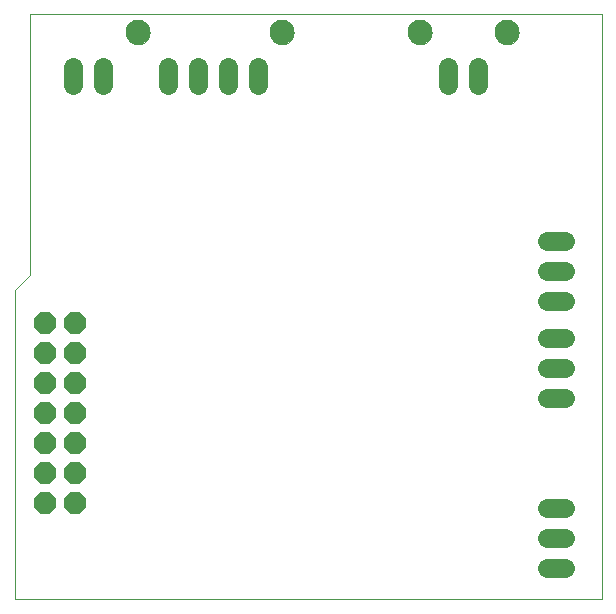
<source format=gbs>
G75*
%MOIN*%
%OFA0B0*%
%FSLAX24Y24*%
%IPPOS*%
%LPD*%
%AMOC8*
5,1,8,0,0,1.08239X$1,22.5*
%
%ADD10C,0.0000*%
%ADD11C,0.0827*%
%ADD12OC8,0.0712*%
%ADD13C,0.0640*%
D10*
X000380Y000380D02*
X000380Y010680D01*
X000880Y011180D01*
X000880Y019876D01*
X019950Y019876D01*
X019950Y000380D01*
X000380Y000380D01*
X004086Y019280D02*
X004088Y019319D01*
X004094Y019358D01*
X004104Y019396D01*
X004117Y019433D01*
X004134Y019468D01*
X004154Y019502D01*
X004178Y019533D01*
X004205Y019562D01*
X004234Y019588D01*
X004266Y019611D01*
X004300Y019631D01*
X004336Y019647D01*
X004373Y019659D01*
X004412Y019668D01*
X004451Y019673D01*
X004490Y019674D01*
X004529Y019671D01*
X004568Y019664D01*
X004605Y019653D01*
X004642Y019639D01*
X004677Y019621D01*
X004710Y019600D01*
X004741Y019575D01*
X004769Y019548D01*
X004794Y019518D01*
X004816Y019485D01*
X004835Y019451D01*
X004850Y019415D01*
X004862Y019377D01*
X004870Y019339D01*
X004874Y019300D01*
X004874Y019260D01*
X004870Y019221D01*
X004862Y019183D01*
X004850Y019145D01*
X004835Y019109D01*
X004816Y019075D01*
X004794Y019042D01*
X004769Y019012D01*
X004741Y018985D01*
X004710Y018960D01*
X004677Y018939D01*
X004642Y018921D01*
X004605Y018907D01*
X004568Y018896D01*
X004529Y018889D01*
X004490Y018886D01*
X004451Y018887D01*
X004412Y018892D01*
X004373Y018901D01*
X004336Y018913D01*
X004300Y018929D01*
X004266Y018949D01*
X004234Y018972D01*
X004205Y018998D01*
X004178Y019027D01*
X004154Y019058D01*
X004134Y019092D01*
X004117Y019127D01*
X004104Y019164D01*
X004094Y019202D01*
X004088Y019241D01*
X004086Y019280D01*
X008886Y019280D02*
X008888Y019319D01*
X008894Y019358D01*
X008904Y019396D01*
X008917Y019433D01*
X008934Y019468D01*
X008954Y019502D01*
X008978Y019533D01*
X009005Y019562D01*
X009034Y019588D01*
X009066Y019611D01*
X009100Y019631D01*
X009136Y019647D01*
X009173Y019659D01*
X009212Y019668D01*
X009251Y019673D01*
X009290Y019674D01*
X009329Y019671D01*
X009368Y019664D01*
X009405Y019653D01*
X009442Y019639D01*
X009477Y019621D01*
X009510Y019600D01*
X009541Y019575D01*
X009569Y019548D01*
X009594Y019518D01*
X009616Y019485D01*
X009635Y019451D01*
X009650Y019415D01*
X009662Y019377D01*
X009670Y019339D01*
X009674Y019300D01*
X009674Y019260D01*
X009670Y019221D01*
X009662Y019183D01*
X009650Y019145D01*
X009635Y019109D01*
X009616Y019075D01*
X009594Y019042D01*
X009569Y019012D01*
X009541Y018985D01*
X009510Y018960D01*
X009477Y018939D01*
X009442Y018921D01*
X009405Y018907D01*
X009368Y018896D01*
X009329Y018889D01*
X009290Y018886D01*
X009251Y018887D01*
X009212Y018892D01*
X009173Y018901D01*
X009136Y018913D01*
X009100Y018929D01*
X009066Y018949D01*
X009034Y018972D01*
X009005Y018998D01*
X008978Y019027D01*
X008954Y019058D01*
X008934Y019092D01*
X008917Y019127D01*
X008904Y019164D01*
X008894Y019202D01*
X008888Y019241D01*
X008886Y019280D01*
X013486Y019280D02*
X013488Y019319D01*
X013494Y019358D01*
X013504Y019396D01*
X013517Y019433D01*
X013534Y019468D01*
X013554Y019502D01*
X013578Y019533D01*
X013605Y019562D01*
X013634Y019588D01*
X013666Y019611D01*
X013700Y019631D01*
X013736Y019647D01*
X013773Y019659D01*
X013812Y019668D01*
X013851Y019673D01*
X013890Y019674D01*
X013929Y019671D01*
X013968Y019664D01*
X014005Y019653D01*
X014042Y019639D01*
X014077Y019621D01*
X014110Y019600D01*
X014141Y019575D01*
X014169Y019548D01*
X014194Y019518D01*
X014216Y019485D01*
X014235Y019451D01*
X014250Y019415D01*
X014262Y019377D01*
X014270Y019339D01*
X014274Y019300D01*
X014274Y019260D01*
X014270Y019221D01*
X014262Y019183D01*
X014250Y019145D01*
X014235Y019109D01*
X014216Y019075D01*
X014194Y019042D01*
X014169Y019012D01*
X014141Y018985D01*
X014110Y018960D01*
X014077Y018939D01*
X014042Y018921D01*
X014005Y018907D01*
X013968Y018896D01*
X013929Y018889D01*
X013890Y018886D01*
X013851Y018887D01*
X013812Y018892D01*
X013773Y018901D01*
X013736Y018913D01*
X013700Y018929D01*
X013666Y018949D01*
X013634Y018972D01*
X013605Y018998D01*
X013578Y019027D01*
X013554Y019058D01*
X013534Y019092D01*
X013517Y019127D01*
X013504Y019164D01*
X013494Y019202D01*
X013488Y019241D01*
X013486Y019280D01*
X016386Y019280D02*
X016388Y019319D01*
X016394Y019358D01*
X016404Y019396D01*
X016417Y019433D01*
X016434Y019468D01*
X016454Y019502D01*
X016478Y019533D01*
X016505Y019562D01*
X016534Y019588D01*
X016566Y019611D01*
X016600Y019631D01*
X016636Y019647D01*
X016673Y019659D01*
X016712Y019668D01*
X016751Y019673D01*
X016790Y019674D01*
X016829Y019671D01*
X016868Y019664D01*
X016905Y019653D01*
X016942Y019639D01*
X016977Y019621D01*
X017010Y019600D01*
X017041Y019575D01*
X017069Y019548D01*
X017094Y019518D01*
X017116Y019485D01*
X017135Y019451D01*
X017150Y019415D01*
X017162Y019377D01*
X017170Y019339D01*
X017174Y019300D01*
X017174Y019260D01*
X017170Y019221D01*
X017162Y019183D01*
X017150Y019145D01*
X017135Y019109D01*
X017116Y019075D01*
X017094Y019042D01*
X017069Y019012D01*
X017041Y018985D01*
X017010Y018960D01*
X016977Y018939D01*
X016942Y018921D01*
X016905Y018907D01*
X016868Y018896D01*
X016829Y018889D01*
X016790Y018886D01*
X016751Y018887D01*
X016712Y018892D01*
X016673Y018901D01*
X016636Y018913D01*
X016600Y018929D01*
X016566Y018949D01*
X016534Y018972D01*
X016505Y018998D01*
X016478Y019027D01*
X016454Y019058D01*
X016434Y019092D01*
X016417Y019127D01*
X016404Y019164D01*
X016394Y019202D01*
X016388Y019241D01*
X016386Y019280D01*
D11*
X016780Y019280D03*
X013880Y019280D03*
X009280Y019280D03*
X004480Y019280D03*
D12*
X002380Y009580D03*
X002380Y008580D03*
X002380Y007580D03*
X002380Y006580D03*
X002380Y005580D03*
X002380Y004580D03*
X002380Y003580D03*
X001380Y003580D03*
X001380Y004580D03*
X001380Y005580D03*
X001380Y006580D03*
X001380Y007580D03*
X001380Y008580D03*
X001380Y009580D03*
D13*
X002330Y017530D02*
X002330Y018130D01*
X003330Y018130D02*
X003330Y017530D01*
X005480Y017530D02*
X005480Y018130D01*
X006480Y018130D02*
X006480Y017530D01*
X007480Y017530D02*
X007480Y018130D01*
X008480Y018130D02*
X008480Y017530D01*
X014830Y017530D02*
X014830Y018130D01*
X015830Y018130D02*
X015830Y017530D01*
X018130Y012330D02*
X018730Y012330D01*
X018730Y011330D02*
X018130Y011330D01*
X018130Y010330D02*
X018730Y010330D01*
X018730Y009080D02*
X018130Y009080D01*
X018130Y008080D02*
X018730Y008080D01*
X018730Y007080D02*
X018130Y007080D01*
X018130Y003430D02*
X018730Y003430D01*
X018730Y002430D02*
X018130Y002430D01*
X018130Y001430D02*
X018730Y001430D01*
M02*

</source>
